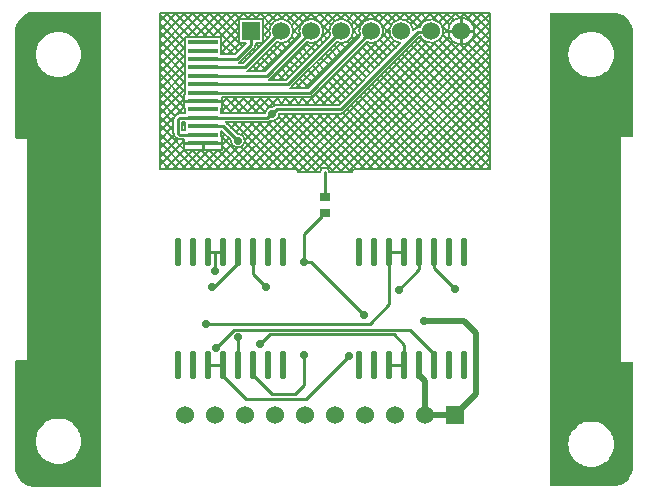
<source format=gtl>
G04*
G04 #@! TF.GenerationSoftware,Altium Limited,Altium Designer,20.2.6 (244)*
G04*
G04 Layer_Physical_Order=1*
G04 Layer_Color=255*
%FSLAX25Y25*%
%MOIN*%
G70*
G04*
G04 #@! TF.SameCoordinates,AC53DD8C-A68E-409E-BB1C-E70DDFC25F91*
G04*
G04*
G04 #@! TF.FilePolarity,Positive*
G04*
G01*
G75*
%ADD10C,0.01000*%
%ADD13R,0.10000X0.01600*%
%ADD14O,0.02260X0.09451*%
%ADD15R,0.03543X0.03150*%
%ADD21C,0.00800*%
%ADD22C,0.02000*%
%ADD23C,0.06000*%
%ADD24R,0.06000X0.06000*%
%ADD25C,0.02800*%
G36*
X358284Y392425D02*
X358425Y392284D01*
X358502Y392100D01*
Y392000D01*
Y234500D01*
Y234400D01*
X358425Y234216D01*
X358284Y234075D01*
X358100Y233998D01*
X335760D01*
X334504Y234248D01*
X333320Y234738D01*
X332256Y235450D01*
X331350Y236355D01*
X330638Y237420D01*
X330148Y238604D01*
X329899Y239860D01*
Y240500D01*
Y275800D01*
Y275900D01*
X329975Y276084D01*
X330116Y276225D01*
X330300Y276302D01*
X333898D01*
Y350199D01*
X330300D01*
X330116Y350275D01*
X329975Y350416D01*
X329899Y350600D01*
Y350700D01*
Y386000D01*
Y386640D01*
X330148Y387896D01*
X330638Y389080D01*
X331350Y390144D01*
X332256Y391050D01*
X333320Y391761D01*
X334504Y392252D01*
X335760Y392501D01*
X358100D01*
X358284Y392425D01*
D02*
G37*
G36*
X531350Y391769D02*
X532442Y391317D01*
X533425Y390661D01*
X534261Y389825D01*
X534917Y388842D01*
X535369Y387750D01*
X535600Y386591D01*
Y386000D01*
Y350700D01*
X531600D01*
Y275800D01*
X535600D01*
Y240500D01*
Y239909D01*
X535369Y238750D01*
X534917Y237658D01*
X534261Y236675D01*
X533425Y235840D01*
X532442Y235183D01*
X531350Y234731D01*
X530191Y234500D01*
X508000D01*
X508000Y392000D01*
X530191D01*
X531350Y391769D01*
D02*
G37*
%LPC*%
G36*
X344880Y385749D02*
X343520D01*
X343459Y385724D01*
X343394Y385737D01*
X342061Y385472D01*
X342005Y385435D01*
X341939D01*
X340683Y384915D01*
X340636Y384868D01*
X340571Y384855D01*
X339441Y384100D01*
X339404Y384044D01*
X339342Y384019D01*
X338381Y383058D01*
X338356Y382996D01*
X338300Y382959D01*
X337545Y381829D01*
X337532Y381764D01*
X337485Y381717D01*
X336965Y380461D01*
Y380395D01*
X336928Y380339D01*
X336663Y379006D01*
X336676Y378941D01*
X336651Y378880D01*
Y378200D01*
Y377520D01*
X336676Y377459D01*
X336663Y377394D01*
X336928Y376061D01*
X336965Y376005D01*
Y375939D01*
X337485Y374683D01*
X337532Y374636D01*
X337545Y374571D01*
X338300Y373441D01*
X338356Y373404D01*
X338381Y373342D01*
X339342Y372381D01*
X339404Y372356D01*
X339441Y372300D01*
X340571Y371545D01*
X340636Y371532D01*
X340683Y371485D01*
X341939Y370965D01*
X342005D01*
X342061Y370928D01*
X343394Y370663D01*
X343459Y370676D01*
X343520Y370651D01*
X344880D01*
X344941Y370676D01*
X345006Y370663D01*
X346339Y370928D01*
X346395Y370965D01*
X346461D01*
X347717Y371485D01*
X347764Y371532D01*
X347829Y371545D01*
X348959Y372300D01*
X348996Y372356D01*
X349058Y372381D01*
X350019Y373342D01*
X350044Y373404D01*
X350100Y373441D01*
X350855Y374571D01*
X350868Y374636D01*
X350915Y374683D01*
X351435Y375939D01*
Y376005D01*
X351472Y376061D01*
X351737Y377394D01*
X351724Y377459D01*
X351749Y377520D01*
Y378200D01*
Y378880D01*
X351724Y378941D01*
X351737Y379006D01*
X351472Y380339D01*
X351435Y380395D01*
Y380461D01*
X350915Y381717D01*
X350868Y381764D01*
X350855Y381829D01*
X350100Y382959D01*
X350044Y382996D01*
X350019Y383058D01*
X349058Y384019D01*
X348996Y384044D01*
X348959Y384100D01*
X347829Y384855D01*
X347764Y384868D01*
X347717Y384915D01*
X346461Y385435D01*
X346395D01*
X346339Y385472D01*
X345006Y385737D01*
X344941Y385724D01*
X344880Y385749D01*
D02*
G37*
G36*
Y256849D02*
X343520D01*
X343459Y256824D01*
X343394Y256837D01*
X342061Y256572D01*
X342005Y256535D01*
X341939D01*
X340683Y256015D01*
X340636Y255968D01*
X340571Y255955D01*
X339441Y255200D01*
X339404Y255144D01*
X339342Y255119D01*
X338381Y254158D01*
X338356Y254096D01*
X338300Y254059D01*
X337545Y252929D01*
X337532Y252864D01*
X337485Y252817D01*
X336965Y251561D01*
Y251495D01*
X336928Y251439D01*
X336663Y250106D01*
X336676Y250041D01*
X336651Y249980D01*
Y249300D01*
Y248620D01*
X336676Y248559D01*
X336663Y248494D01*
X336928Y247161D01*
X336965Y247105D01*
Y247039D01*
X337485Y245783D01*
X337532Y245736D01*
X337545Y245671D01*
X338300Y244541D01*
X338356Y244504D01*
X338381Y244442D01*
X339342Y243481D01*
X339404Y243456D01*
X339441Y243400D01*
X340571Y242645D01*
X340636Y242632D01*
X340683Y242585D01*
X341939Y242065D01*
X342005D01*
X342061Y242028D01*
X343394Y241763D01*
X343459Y241776D01*
X343520Y241751D01*
X344880D01*
X344941Y241776D01*
X345006Y241763D01*
X346339Y242028D01*
X346395Y242065D01*
X346461D01*
X347717Y242585D01*
X347764Y242632D01*
X347829Y242645D01*
X348959Y243400D01*
X348996Y243456D01*
X349058Y243481D01*
X350019Y244442D01*
X350044Y244504D01*
X350100Y244541D01*
X350855Y245671D01*
X350868Y245736D01*
X350915Y245783D01*
X351435Y247039D01*
Y247105D01*
X351472Y247161D01*
X351737Y248494D01*
X351724Y248559D01*
X351749Y248620D01*
Y249300D01*
Y249980D01*
X351724Y250041D01*
X351737Y250106D01*
X351472Y251439D01*
X351435Y251495D01*
Y251561D01*
X350915Y252817D01*
X350868Y252864D01*
X350855Y252929D01*
X350100Y254059D01*
X350044Y254096D01*
X350019Y254158D01*
X349058Y255119D01*
X348996Y255144D01*
X348959Y255200D01*
X347829Y255955D01*
X347764Y255968D01*
X347717Y256015D01*
X346461Y256535D01*
X346395D01*
X346339Y256572D01*
X345006Y256837D01*
X344941Y256824D01*
X344880Y256849D01*
D02*
G37*
G36*
X522480Y385749D02*
X521120D01*
X521059Y385724D01*
X520994Y385737D01*
X519661Y385472D01*
X519605Y385435D01*
X519539D01*
X518283Y384915D01*
X518236Y384868D01*
X518171Y384855D01*
X517041Y384100D01*
X517004Y384044D01*
X516942Y384019D01*
X515981Y383058D01*
X515956Y382996D01*
X515900Y382959D01*
X515145Y381829D01*
X515132Y381764D01*
X515085Y381717D01*
X514565Y380461D01*
Y380395D01*
X514528Y380339D01*
X514263Y379006D01*
X514276Y378941D01*
X514251Y378880D01*
Y378200D01*
Y377520D01*
X514276Y377459D01*
X514263Y377394D01*
X514528Y376061D01*
X514565Y376005D01*
Y375939D01*
X515085Y374683D01*
X515132Y374636D01*
X515145Y374571D01*
X515900Y373441D01*
X515956Y373404D01*
X515981Y373342D01*
X516942Y372381D01*
X517004Y372356D01*
X517041Y372300D01*
X518171Y371545D01*
X518236Y371532D01*
X518283Y371485D01*
X519539Y370965D01*
X519605D01*
X519661Y370928D01*
X520994Y370663D01*
X521059Y370676D01*
X521120Y370651D01*
X522480D01*
X522541Y370676D01*
X522606Y370663D01*
X523939Y370928D01*
X523995Y370965D01*
X524061D01*
X525317Y371485D01*
X525364Y371532D01*
X525429Y371545D01*
X526559Y372300D01*
X526596Y372356D01*
X526658Y372381D01*
X527619Y373342D01*
X527644Y373404D01*
X527700Y373441D01*
X528455Y374571D01*
X528468Y374636D01*
X528515Y374683D01*
X529035Y375939D01*
Y376005D01*
X529072Y376061D01*
X529337Y377394D01*
X529324Y377459D01*
X529349Y377520D01*
Y378200D01*
Y378880D01*
X529324Y378941D01*
X529337Y379006D01*
X529072Y380339D01*
X529035Y380395D01*
Y380461D01*
X528515Y381717D01*
X528468Y381764D01*
X528455Y381829D01*
X527700Y382959D01*
X527644Y382996D01*
X527619Y383058D01*
X526658Y384019D01*
X526596Y384044D01*
X526559Y384100D01*
X525429Y384855D01*
X525364Y384868D01*
X525317Y384915D01*
X524061Y385435D01*
X523995D01*
X523939Y385472D01*
X522606Y385737D01*
X522541Y385724D01*
X522480Y385749D01*
D02*
G37*
G36*
Y255849D02*
X521120D01*
X521059Y255824D01*
X520994Y255837D01*
X519661Y255572D01*
X519605Y255535D01*
X519539D01*
X518283Y255015D01*
X518236Y254968D01*
X518171Y254955D01*
X517041Y254200D01*
X517004Y254144D01*
X516942Y254119D01*
X515981Y253158D01*
X515956Y253096D01*
X515900Y253059D01*
X515145Y251929D01*
X515132Y251864D01*
X515085Y251817D01*
X514565Y250561D01*
Y250495D01*
X514528Y250439D01*
X514263Y249106D01*
X514276Y249041D01*
X514251Y248980D01*
Y248300D01*
Y247620D01*
X514276Y247559D01*
X514263Y247494D01*
X514528Y246161D01*
X514565Y246105D01*
Y246039D01*
X515085Y244783D01*
X515132Y244736D01*
X515145Y244671D01*
X515900Y243541D01*
X515956Y243504D01*
X515981Y243442D01*
X516942Y242481D01*
X517004Y242456D01*
X517041Y242400D01*
X518171Y241645D01*
X518236Y241632D01*
X518283Y241585D01*
X519539Y241065D01*
X519605D01*
X519661Y241028D01*
X520994Y240763D01*
X521059Y240776D01*
X521120Y240751D01*
X522480D01*
X522541Y240776D01*
X522606Y240763D01*
X523939Y241028D01*
X523995Y241065D01*
X524061D01*
X525317Y241585D01*
X525364Y241632D01*
X525429Y241645D01*
X526559Y242400D01*
X526596Y242456D01*
X526658Y242481D01*
X527619Y243442D01*
X527644Y243504D01*
X527700Y243541D01*
X528455Y244671D01*
X528468Y244736D01*
X528515Y244783D01*
X529035Y246039D01*
Y246105D01*
X529072Y246161D01*
X529337Y247494D01*
X529324Y247559D01*
X529349Y247620D01*
Y248300D01*
Y248980D01*
X529324Y249041D01*
X529337Y249106D01*
X529072Y250439D01*
X529035Y250495D01*
Y250561D01*
X528515Y251817D01*
X528468Y251864D01*
X528455Y251929D01*
X527700Y253059D01*
X527644Y253096D01*
X527619Y253158D01*
X526658Y254119D01*
X526596Y254144D01*
X526559Y254200D01*
X525429Y254955D01*
X525364Y254968D01*
X525317Y255015D01*
X524061Y255535D01*
X523995D01*
X523939Y255572D01*
X522606Y255837D01*
X522541Y255824D01*
X522480Y255849D01*
D02*
G37*
%LPD*%
D10*
X478500Y386000D02*
Y390000D01*
Y386000D02*
X482500D01*
X474500D02*
X478500D01*
Y382000D02*
Y386000D01*
X392500Y362700D02*
X398500D01*
X386500D02*
X392500D01*
Y348700D02*
X398500D01*
X386500D02*
X392500D01*
Y346900D02*
Y348700D01*
X432803Y325244D02*
X433000D01*
X431728Y324170D02*
X432803Y325244D01*
X431728Y323973D02*
Y324170D01*
X426000Y318245D02*
X431728Y323973D01*
X426000Y309000D02*
Y318245D01*
Y309000D02*
X428500D01*
X446000Y291500D01*
X396500Y312202D02*
X399000D01*
X394000D02*
X396500D01*
Y306000D02*
Y312202D01*
X433000Y330755D02*
Y339000D01*
X404000Y274798D02*
Y283996D01*
X393500Y288500D02*
X448064D01*
X454532Y294968D01*
X402683Y286500D02*
X461426D01*
X469532Y278394D01*
X456100Y284900D02*
X459532Y281468D01*
X396701Y280517D02*
X402683Y286500D01*
X414665Y284900D02*
X456100D01*
X411299Y281535D02*
X414665Y284900D01*
X454532Y294968D02*
Y312202D01*
X406600Y263400D02*
X426865D01*
X399000Y271000D02*
Y274798D01*
Y271000D02*
X406600Y263400D01*
X395255Y300756D02*
X395600Y301100D01*
X396494D01*
X404000Y308606D01*
X454532Y274798D02*
X459532D01*
X426000Y268000D02*
Y278000D01*
X423000Y265000D02*
X426000Y268000D01*
X415500Y265000D02*
X423000D01*
X409000Y271500D02*
X415500Y265000D01*
X409000Y271500D02*
Y274798D01*
X426865Y263400D02*
X441000Y277535D01*
X459532Y274798D02*
Y281468D01*
X394000Y274798D02*
X399000D01*
X469532D02*
Y278394D01*
X454532Y312202D02*
X459532D01*
X469532D02*
X469572Y312161D01*
Y306928D02*
Y312161D01*
Y306928D02*
X476489Y300011D01*
X464532Y306543D02*
Y312202D01*
X457745Y299756D02*
X464532Y306543D01*
X409000Y305011D02*
Y312202D01*
Y305011D02*
X413256Y300756D01*
X404000Y308606D02*
Y312202D01*
X384000Y352086D02*
Y356514D01*
X384586Y357100D02*
X392500D01*
X384000Y356514D02*
X384586Y357100D01*
Y351500D02*
X392500D01*
X384000Y352086D02*
X384586Y351500D01*
X399200Y354300D02*
X404000Y349500D01*
X392500Y354300D02*
X399200D01*
X392500Y357100D02*
X413613D01*
X415013Y358500D01*
X415500D01*
X417000Y360000D01*
X438298D01*
X468202Y385702D02*
X468500Y386000D01*
X464000Y385702D02*
X468202D01*
X438298Y360000D02*
X464000Y385702D01*
X428000Y365500D02*
X448500Y386000D01*
X392500Y365500D02*
X428000D01*
X420800Y368300D02*
X438500Y386000D01*
X392500Y368300D02*
X420800D01*
X413600Y371100D02*
X428500Y386000D01*
X392500Y371100D02*
X413600D01*
X392500Y373900D02*
X406400D01*
X418500Y386000D01*
X392500Y376700D02*
X403700D01*
X408500Y381500D01*
Y386000D01*
D13*
X392500Y382300D02*
D03*
Y379500D02*
D03*
Y376700D02*
D03*
Y373900D02*
D03*
Y371100D02*
D03*
Y368300D02*
D03*
Y365500D02*
D03*
Y362700D02*
D03*
Y359900D02*
D03*
Y357100D02*
D03*
Y348700D02*
D03*
Y354300D02*
D03*
Y351500D02*
D03*
D14*
X419000Y312202D02*
D03*
X414000D02*
D03*
X409000D02*
D03*
X404000D02*
D03*
X399000D02*
D03*
X394000D02*
D03*
X389000D02*
D03*
X384000D02*
D03*
X419000Y274798D02*
D03*
X414000D02*
D03*
X409000D02*
D03*
X404000D02*
D03*
X399000D02*
D03*
X394000D02*
D03*
X389000D02*
D03*
X384000D02*
D03*
X479532Y312202D02*
D03*
X474532D02*
D03*
X469532D02*
D03*
X464532D02*
D03*
X459532D02*
D03*
X454532D02*
D03*
X449532D02*
D03*
X444532D02*
D03*
X479532Y274798D02*
D03*
X474532D02*
D03*
X469532D02*
D03*
X464532D02*
D03*
X459532D02*
D03*
X454532D02*
D03*
X449532D02*
D03*
X444532D02*
D03*
D15*
X433000Y325244D02*
D03*
Y330755D02*
D03*
D21*
X472500Y386000D02*
G03*
X464685Y387202I-4000J0D01*
G01*
X482900Y386000D02*
G03*
X482900Y386000I-4400J0D01*
G01*
X464927Y384202D02*
G03*
X472500Y386000I3573J1798D01*
G01*
X464000Y387202D02*
G03*
X462939Y386762I0J-1500D01*
G01*
X462488Y386311D02*
G03*
X458189Y382012I-3988J-311D01*
G01*
X464000Y387202D02*
G03*
X462940Y386763I0J-1500D01*
G01*
X452500Y386000D02*
G03*
X444817Y384439I-4000J0D01*
G01*
X446939Y382317D02*
G03*
X452500Y386000I1561J3683D01*
G01*
X442500D02*
G03*
X434817Y384439I-4000J0D01*
G01*
X436939Y382317D02*
G03*
X442500Y386000I1561J3683D01*
G01*
D02*
G03*
X434817Y384439I-4000J0D01*
G01*
X436939Y382317D02*
G03*
X442500Y386000I1561J3683D01*
G01*
X432500D02*
G03*
X424817Y384439I-4000J0D01*
G01*
X426939Y382317D02*
G03*
X432500Y386000I1561J3683D01*
G01*
X416939Y382317D02*
G03*
X422500Y386000I1561J3683D01*
G01*
X428000Y364000D02*
G03*
X429061Y364439I0J1500D01*
G01*
X428000Y364000D02*
G03*
X429060Y364439I0J1500D01*
G01*
X421548Y367000D02*
G03*
X421860Y367239I-748J1300D01*
G01*
X421548Y367000D02*
G03*
X421861Y367239I-748J1300D01*
G01*
X438298Y358500D02*
G03*
X439359Y358939I0J1500D01*
G01*
X438298Y358500D02*
G03*
X439358Y358939I0J1500D01*
G01*
X434500Y339000D02*
G03*
X431500Y339000I-1500J0D01*
G01*
X417000Y361500D02*
G03*
X415940Y361061I0J-1500D01*
G01*
X417000Y361500D02*
G03*
X415939Y361061I0J-1500D01*
G01*
X414830Y356195D02*
G03*
X417900Y358500I670J2304D01*
G01*
X422500Y386000D02*
G03*
X414817Y384439I-4000J0D01*
G01*
X409561Y380440D02*
G03*
X410000Y381500I-1061J1060D01*
G01*
X409561Y380439D02*
G03*
X410000Y381500I-1061J1061D01*
G01*
X414348Y369800D02*
G03*
X414661Y370039I-748J1300D01*
G01*
X414348Y369800D02*
G03*
X414660Y370039I-748J1300D01*
G01*
X404448Y375400D02*
G03*
X404760Y375639I-748J1300D01*
G01*
X407148Y372600D02*
G03*
X407461Y372839I-748J1300D01*
G01*
X404448Y375400D02*
G03*
X404761Y375639I-748J1300D01*
G01*
X407148Y372600D02*
G03*
X407460Y372839I-748J1300D01*
G01*
X413613Y355600D02*
G03*
X414673Y356039I0J1500D01*
G01*
X415764Y360885D02*
G03*
X413110Y358718I-264J-2385D01*
G01*
X413613Y355600D02*
G03*
X414674Y356039I0J1500D01*
G01*
X400261Y355361D02*
G03*
X399948Y355600I-1061J-1061D01*
G01*
X400260Y355361D02*
G03*
X399948Y355600I-1060J-1061D01*
G01*
X406400Y349500D02*
G03*
X403736Y351885I-2400J0D01*
G01*
X401615Y349764D02*
G03*
X406400Y349500I2385J-264D01*
G01*
X384586Y358600D02*
G03*
X383526Y358161I0J-1500D01*
G01*
X384586Y358600D02*
G03*
X383525Y358161I0J-1500D01*
G01*
X382939Y357574D02*
G03*
X382500Y356514I1061J-1060D01*
G01*
X382939Y357575D02*
G03*
X382500Y356514I1061J-1061D01*
G01*
X383526Y350439D02*
G03*
X384586Y350000I1060J1061D01*
G01*
X383525Y350439D02*
G03*
X384586Y350000I1061J1061D01*
G01*
X382500Y352086D02*
G03*
X382939Y351026I1500J0D01*
G01*
X382500Y352086D02*
G03*
X382939Y351025I1500J0D01*
G01*
X478059Y390378D02*
X479681Y392000D01*
X476327D02*
X477960Y390367D01*
X487641Y392000D02*
X488000Y391641D01*
X480453Y389943D02*
X482510Y392000D01*
X469144Y389948D02*
X471196Y392000D01*
X467842D02*
X470240Y389602D01*
X473499Y392000D02*
X475928Y389570D01*
X471081Y389056D02*
X474024Y392000D01*
X481984D02*
X488000Y385984D01*
X479156Y392000D02*
X488000Y383156D01*
X484812Y392000D02*
X488000Y388812D01*
X482847Y386681D02*
X488000Y391833D01*
X472249Y387396D02*
X476853Y392000D01*
X470670D02*
X474611Y388059D01*
X482002Y388664D02*
X485338Y392000D01*
X457825Y389943D02*
X459882Y392000D01*
X456528D02*
X458528Y390000D01*
X465014Y392000D02*
X467223Y389791D01*
X460289Y389578D02*
X462711Y392000D01*
X449313Y389916D02*
X451397Y392000D01*
X448043D02*
X450706Y389336D01*
X453700Y392000D02*
X456336Y389364D01*
X451188Y388962D02*
X454225Y392000D01*
X462185D02*
X465519Y388667D01*
X459357Y392000D02*
X464155Y387202D01*
X463474Y387106D02*
X468368Y392000D01*
X461800Y388261D02*
X465539Y392000D01*
X450871D02*
X454977Y387894D01*
X442499Y385931D02*
X448569Y392000D01*
X452301Y387247D02*
X457054Y392000D01*
X472226Y384544D02*
X474122Y386441D01*
X472102Y387740D02*
X474108Y385734D01*
X464621Y384202D02*
X464927D01*
X464000Y387202D02*
X464685D01*
X482867Y385460D02*
X488000Y380327D01*
X482070Y383428D02*
X488000Y377499D01*
X480559Y382111D02*
X488000Y374670D01*
X478234Y381608D02*
X488000Y371842D01*
X462488Y386311D02*
X462939Y386762D01*
X451836Y388207D02*
X454530Y385513D01*
X452062Y384179D02*
X454557Y386675D01*
X452339Y384876D02*
X456696Y380519D01*
X451271Y383115D02*
X455281Y379104D01*
X449444Y382113D02*
X453867Y377690D01*
X446675Y382054D02*
X452453Y376276D01*
X445261Y380640D02*
X451039Y374862D01*
X443847Y379226D02*
X449625Y373448D01*
X442433Y377811D02*
X448210Y372034D01*
X442386Y392000D02*
X445615Y388771D01*
X440420Y389509D02*
X442912Y392000D01*
X445215D02*
X447376Y389839D01*
X441880Y388140D02*
X445740Y392000D01*
X433901D02*
X436460Y389441D01*
X432348Y387093D02*
X437255Y392000D01*
X438059Y389976D02*
X440083Y392000D01*
X436729D02*
X438736Y389993D01*
X439558Y392000D02*
X444613Y386945D01*
X442493Y386236D02*
X444554Y384175D01*
X431746Y383663D02*
X434524Y386441D01*
X429477Y389879D02*
X431598Y392000D01*
X425416D02*
X427534Y389882D01*
X431291Y388865D02*
X434426Y392000D01*
X429477Y389879D02*
X431598Y392000D01*
X418278Y389994D02*
X420284Y392000D01*
X416930D02*
X418956Y389974D01*
X422587Y392000D02*
X425715Y388872D01*
X420548Y389436D02*
X423113Y392000D01*
X431072D02*
X435049Y388023D01*
X428244Y392000D02*
X434509Y385735D01*
X422490Y385721D02*
X428769Y392000D01*
X421956Y388015D02*
X425941Y392000D01*
X419759D02*
X424655Y387104D01*
X422474Y386456D02*
X424654Y384276D01*
X441941Y383960D02*
X443140Y382761D01*
X440523Y382549D02*
X441726Y381347D01*
X438235Y382009D02*
X440311Y379933D01*
X436018Y381397D02*
X438897Y378518D01*
X432382Y385034D02*
X433897Y383518D01*
X431372Y383215D02*
X432483Y382104D01*
X429603Y382155D02*
X431069Y380690D01*
X434604Y379983D02*
X437483Y377104D01*
X433190Y378569D02*
X436069Y375690D01*
X441018Y376397D02*
X446796Y370619D01*
X431776Y377154D02*
X434655Y374276D01*
X430362Y375740D02*
X433240Y372862D01*
X428947Y374326D02*
X431826Y371447D01*
X427533Y372912D02*
X430412Y370033D01*
X422014Y384088D02*
X423240Y382862D01*
X426776Y382154D02*
X429655Y379276D01*
X425362Y380740D02*
X428240Y377862D01*
X420648Y382626D02*
X421826Y381447D01*
X418445Y382000D02*
X420412Y380033D01*
X416119Y381498D02*
X418998Y378619D01*
X423947Y379326D02*
X426826Y376447D01*
X414661Y370040D02*
X426939Y382317D01*
X422533Y377912D02*
X425412Y375033D01*
X421119Y376498D02*
X423998Y373619D01*
X419705Y375083D02*
X422583Y372205D01*
X414705Y380083D02*
X417583Y377205D01*
X418291Y373669D02*
X421169Y370791D01*
X463060Y382640D02*
X488000Y357700D01*
X461645Y381226D02*
X488000Y354871D01*
X460231Y379812D02*
X488000Y352043D01*
X458817Y378397D02*
X488000Y349214D01*
X472291Y384723D02*
X488000Y369014D01*
X464474Y384054D02*
X488000Y360528D01*
X471167Y383018D02*
X488000Y366185D01*
X469280Y382077D02*
X488000Y363357D01*
Y340020D02*
Y392000D01*
X447500Y340020D02*
X488000Y380520D01*
X453157Y340020D02*
X488000Y374863D01*
X450328Y340020D02*
X488000Y377691D01*
X457403Y376983D02*
X488000Y346386D01*
X444671Y340020D02*
X488000Y383348D01*
X455989Y375569D02*
X488000Y343558D01*
X439360Y358940D02*
X464621Y384202D01*
X435039Y361500D02*
X456239Y382700D01*
X437677Y361500D02*
X458189Y382012D01*
X433677Y340339D02*
X475836Y382498D01*
X432211Y361500D02*
X454922Y384211D01*
X429382Y361500D02*
X450321Y382438D01*
X429061Y364440D02*
X446939Y382317D01*
X426554Y361500D02*
X447253Y382199D01*
X440823Y339000D02*
X488000Y386177D01*
X437995Y339000D02*
X488000Y389005D01*
X435167Y339000D02*
X477819Y381653D01*
X429510Y339000D02*
X474557Y384047D01*
X426681Y339000D02*
X469955Y382274D01*
X422044Y340020D02*
X465444Y383419D01*
X423992Y339139D02*
X467104Y382251D01*
X481441Y340020D02*
X488000Y346579D01*
X478613Y340020D02*
X488000Y349407D01*
X487098Y340020D02*
X488000Y340922D01*
X484270Y340020D02*
X488000Y343750D01*
X470127Y340020D02*
X488000Y357892D01*
X454574Y374155D02*
X488000Y340729D01*
X475784Y340020D02*
X488000Y352235D01*
X472956Y340020D02*
X488000Y355064D01*
X458814Y340020D02*
X488000Y369206D01*
X455985Y340020D02*
X488000Y372034D01*
X467299Y340020D02*
X488000Y360721D01*
X461642Y340020D02*
X488000Y366378D01*
X453160Y372741D02*
X485881Y340020D01*
X451746Y371326D02*
X483053Y340020D01*
X464470D02*
X488000Y363549D01*
X441847Y361427D02*
X463254Y340020D01*
X440432Y360013D02*
X460425Y340020D01*
X438962Y358655D02*
X457597Y340020D01*
X436288Y358500D02*
X454769Y340020D01*
X430631Y358500D02*
X449112Y340020D01*
X427803Y358500D02*
X446283Y340020D01*
X433460Y358500D02*
X451940Y340020D01*
X450332Y369912D02*
X480224Y340020D01*
X448918Y368498D02*
X477396Y340020D01*
X447503Y367084D02*
X474568Y340020D01*
X443000D02*
X488000D01*
X446089Y365669D02*
X471739Y340020D01*
X444675Y364255D02*
X468911Y340020D01*
X443261Y362841D02*
X466082Y340020D01*
X427379Y367000D02*
X444817Y384439D01*
X426397Y367000D02*
X444584Y385187D01*
X439604Y374983D02*
X445382Y369205D01*
X438190Y373569D02*
X443968Y367791D01*
X436776Y372154D02*
X442554Y366377D01*
X423569Y367000D02*
X438569Y382001D01*
X426119Y371498D02*
X428998Y368619D01*
X424705Y370083D02*
X427583Y367205D01*
X435362Y370740D02*
X441139Y364962D01*
X433947Y369326D02*
X439725Y363548D01*
X432533Y367912D02*
X438311Y362134D01*
X431119Y366498D02*
X436117Y361500D01*
X429705Y365083D02*
X433288Y361500D01*
X420179Y369800D02*
X434817Y384439D01*
X417883Y369800D02*
X430837Y382754D01*
X421861Y367240D02*
X436939Y382317D01*
X415055Y369800D02*
X427407Y382152D01*
X416876Y372255D02*
X419331Y369800D01*
X415462Y370841D02*
X416503Y369800D01*
X423290Y368669D02*
X424960Y367000D01*
X421548D02*
X427379D01*
X422303Y364000D02*
X424803Y361500D01*
X420897D02*
X423397Y364000D01*
X421876Y367255D02*
X422131Y367000D01*
X419474Y364000D02*
X421974Y361500D01*
X416646Y364000D02*
X419146Y361500D01*
X424974Y358500D02*
X443455Y340020D01*
X442610Y339942D02*
X443000Y340020D01*
X442279Y339721D02*
X442610Y339942D01*
X425131Y364000D02*
X427631Y361500D01*
X423725D02*
X426225Y364000D01*
X427960D02*
X430460Y361500D01*
X442058Y339390D02*
X442279Y339721D01*
X441980Y339000D02*
X442058Y339390D01*
X434500Y339000D02*
X441980D01*
X423942Y339390D02*
X424020Y339000D01*
X423721Y339721D02*
X423942Y339390D01*
X424020Y339000D02*
X431500D01*
X418069Y361500D02*
X420569Y364000D01*
X417000Y361500D02*
X437677D01*
X417900Y358500D02*
X438298D01*
X416007Y356154D02*
X432023Y340138D01*
X422146Y358500D02*
X441646Y339000D01*
X419317Y358500D02*
X438818Y339000D01*
X419216Y340020D02*
X437696Y358500D01*
X417618Y357371D02*
X435989Y339000D01*
X423000Y340020D02*
X423390Y339942D01*
X416387Y340020D02*
X434868Y358500D01*
X423390Y339942D02*
X423721Y339721D01*
X414102Y392000D02*
X416588Y389514D01*
X411273Y392000D02*
X415126Y388148D01*
X412500Y387044D02*
X417456Y392000D01*
X412500Y389873D02*
X414627Y392000D01*
X409799Y390000D02*
X411799Y392000D01*
X412500Y384216D02*
X414506Y386222D01*
X412500Y387945D02*
X414500Y385945D01*
X412198Y372600D02*
X424621Y385023D01*
X412198Y372600D02*
X424621Y385023D01*
X412979Y372600D02*
X424817Y384439D01*
X409370Y372600D02*
X418779Y382010D01*
X412500Y385117D02*
X413998Y383619D01*
X412500Y382121D02*
Y390000D01*
Y382121D02*
X414817Y384439D01*
X408445Y392000D02*
X410445Y390000D01*
X378000Y392000D02*
X488000D01*
X406971Y390000D02*
X408970Y392000D01*
X404500Y390000D02*
X412500D01*
X399960Y392000D02*
X404500Y387460D01*
X397131Y392000D02*
X404500Y384631D01*
X405617Y392000D02*
X407617Y390000D01*
X402788Y392000D02*
X404788Y390000D01*
X398242Y384100D02*
X406142Y392000D01*
X394303D02*
X405591Y380712D01*
X407461Y372840D02*
X416939Y382317D01*
X405779Y375400D02*
X412379Y382000D01*
X404500D02*
Y390000D01*
X398500Y381529D02*
X404500Y387529D01*
X398500Y378701D02*
X404500Y384701D01*
X410000Y381716D02*
X410284Y382000D01*
X410000D02*
X412379D01*
X413291Y378669D02*
X416169Y375791D01*
X410000Y381960D02*
X411169Y380790D01*
X410000Y381500D02*
Y382000D01*
X409126Y380005D02*
X409755Y379376D01*
X411876Y377255D02*
X414755Y374376D01*
X414348Y369800D02*
X420179D01*
X413818Y364000D02*
X416430Y361387D01*
X410462Y375841D02*
X413341Y372962D01*
X409048Y374427D02*
X410874Y372600D01*
X404761Y375640D02*
X409560Y380439D01*
X404500Y382000D02*
X406879D01*
X407712Y378591D02*
X408341Y377962D01*
X406298Y377176D02*
X406926Y376548D01*
X403079Y378200D02*
X406879Y382000D01*
X400827Y378200D02*
X404627Y382000D01*
X404884Y375762D02*
X405246Y375400D01*
X407634Y373012D02*
X408046Y372600D01*
X407148D02*
X412979D01*
X398900Y364000D02*
X428000D01*
X404448Y375400D02*
X405779D01*
X395414Y384100D02*
X403314Y392000D01*
X392585Y384100D02*
X400485Y392000D01*
X398500Y381300D02*
Y384100D01*
X389757D02*
X397657Y392000D01*
X388646D02*
X396546Y384100D01*
X386928D02*
X394828Y392000D01*
X386500Y383672D02*
X386928Y384100D01*
X386500Y381300D02*
Y384100D01*
X398500Y382146D02*
X402446Y378200D01*
X391474Y392000D02*
X404177Y379298D01*
X398500Y380500D02*
Y381300D01*
Y380500D02*
Y381300D01*
X386500Y380500D02*
Y381300D01*
Y380500D02*
Y381300D01*
Y378500D02*
Y380500D01*
X382989Y392000D02*
X390889Y384100D01*
X380161Y392000D02*
X388061Y384100D01*
X386500D02*
X398500D01*
X385818Y392000D02*
X393718Y384100D01*
X378000Y386485D02*
X383515Y392000D01*
X378000Y389314D02*
X380686Y392000D01*
X378000Y391332D02*
X386500Y382832D01*
X378000Y383657D02*
X386343Y392000D01*
X378000Y378000D02*
X392000Y392000D01*
X378000Y380828D02*
X389172Y392000D01*
X378000Y385675D02*
X386500Y377175D01*
X378000Y388504D02*
X386500Y380004D01*
X378000Y382847D02*
X386500Y374347D01*
X378000Y375172D02*
X386500Y383672D01*
X378000Y372343D02*
X386500Y380843D01*
X398500Y379317D02*
X399618Y378200D01*
X398500Y378500D02*
Y380500D01*
Y378200D02*
X403079D01*
X386500Y377700D02*
Y378500D01*
Y375700D02*
Y377700D01*
Y378500D01*
Y374900D02*
Y375700D01*
Y374900D02*
Y375700D01*
Y367300D02*
Y369300D01*
Y370100D01*
X398900Y362130D02*
X400770Y364000D01*
X386500Y372100D02*
Y372900D01*
Y374900D01*
Y372100D02*
Y372900D01*
X378000Y366686D02*
X386500Y375186D01*
X378000Y377190D02*
X386500Y368690D01*
Y366500D02*
Y367300D01*
Y369300D02*
Y370100D01*
X378000Y369515D02*
X386500Y378015D01*
X378000Y380018D02*
X386500Y371518D01*
Y370100D02*
Y372100D01*
Y366500D02*
Y367300D01*
X378000Y374362D02*
X386500Y365862D01*
Y364900D02*
Y366500D01*
X378000Y371533D02*
X386100Y363433D01*
X378000Y363858D02*
X386500Y372358D01*
X386100Y364900D02*
X386500D01*
X414343Y360602D02*
X417740Y364000D01*
X409512Y358600D02*
X414912Y364000D01*
X410989D02*
X414371Y360618D01*
X408161Y364000D02*
X413154Y359007D01*
X412340Y358600D02*
X413398Y359657D01*
X406683Y358600D02*
X412083Y364000D01*
X413559Y340020D02*
X432039Y358500D01*
X410730Y340020D02*
X429211Y358500D01*
X413728Y355604D02*
X430332Y339000D01*
X410904Y355600D02*
X427504Y339000D01*
X407902Y340020D02*
X426382Y358500D01*
X406380Y349811D02*
X412169Y355600D01*
X401026Y358600D02*
X406426Y364000D01*
X399675D02*
X405075Y358600D01*
X403855D02*
X409255Y364000D01*
X402504D02*
X407904Y358600D01*
X398500Y358902D02*
X403598Y364000D01*
X398500Y358902D02*
X403598Y364000D01*
X398900Y360500D02*
Y364000D01*
X398500Y360500D02*
X398900D01*
X405073Y340020D02*
X423554Y358500D01*
X398500Y358600D02*
X412992D01*
X402245Y340020D02*
X420725Y358500D01*
X399417Y340020D02*
X415497Y356100D01*
X405332Y364000D02*
X410732Y358600D01*
X398900Y361947D02*
X402247Y358600D01*
X398500Y359519D02*
X399418Y358600D01*
X405274Y351534D02*
X409340Y355600D01*
X399948D02*
X413613D01*
X403266Y352355D02*
X406512Y355600D01*
X400261Y355360D02*
X403736Y351885D01*
X401852Y353769D02*
X403683Y355600D01*
X400438Y355183D02*
X400855Y355600D01*
X408075D02*
X424675Y339000D01*
X405247Y355600D02*
X420827Y340020D01*
X406317Y348873D02*
X415170Y340020D01*
X402419Y355600D02*
X417999Y340020D01*
X405030Y347332D02*
X412342Y340020D01*
X398900Y350817D02*
X399731Y351648D01*
X398579Y352800D02*
X401615Y349764D01*
X398900Y347988D02*
X401145Y350234D01*
X398500Y350900D02*
X398900D01*
Y346500D02*
Y350900D01*
X398633D02*
X398900Y350633D01*
X386100Y346500D02*
X398900D01*
Y347805D02*
X406685Y340020D01*
X398900Y350633D02*
X409514Y340020D01*
X397376Y346500D02*
X403857Y340020D01*
X378000D02*
X423000D01*
X396588D02*
X403689Y347120D01*
X393760Y340020D02*
X401966Y348226D01*
X394548Y346500D02*
X401028Y340020D01*
X386500Y358900D02*
Y360500D01*
X386205D02*
X386500Y360205D01*
X398500Y358900D02*
Y360500D01*
X386100D02*
X386500D01*
X386100D02*
Y364900D01*
X383879Y358423D02*
X386100Y360644D01*
X384586Y358600D02*
X386500D01*
X385500Y355548D02*
X386500Y354548D01*
X385500Y355600D02*
X386500D01*
Y353300D02*
Y355300D01*
X385500Y354387D02*
X386500Y355387D01*
X382940Y357575D02*
X383524Y358160D01*
X385500Y353000D02*
Y355600D01*
X378000Y368705D02*
X386100Y360605D01*
X378000Y361030D02*
X386500Y369530D01*
X378000Y365876D02*
X385276Y358600D01*
X378000Y358201D02*
X386500Y366701D01*
X378000Y360220D02*
X382500Y355719D01*
X378000Y363048D02*
X383206Y357842D01*
X378000Y357391D02*
X382500Y352891D01*
X378000Y355373D02*
X386100Y363473D01*
X378000Y354563D02*
X392543Y340020D01*
X378000Y352544D02*
X382677Y357221D01*
X382500Y352086D02*
Y356514D01*
X378000Y340020D02*
Y392000D01*
Y349716D02*
X382500Y354216D01*
X398500Y350900D02*
Y352500D01*
X385500Y353000D02*
X386500D01*
X385391Y350000D02*
X386100Y349291D01*
X384586Y350000D02*
X386100D01*
X388891Y346500D02*
X395372Y340020D01*
X388103D02*
X394583Y346500D01*
X391720D02*
X398200Y340020D01*
X390931D02*
X397412Y346500D01*
X386100D02*
Y350000D01*
X385274Y340020D02*
X391755Y346500D01*
X382940Y351025D02*
X383524Y350440D01*
X378000Y344059D02*
X384043Y350102D01*
X379618Y340020D02*
X386100Y346502D01*
X378000Y341231D02*
X386100Y349330D01*
X378000Y346887D02*
X382617Y351504D01*
X378000Y348906D02*
X386886Y340020D01*
X378000Y351734D02*
X389715Y340020D01*
X382446D02*
X388926Y346500D01*
X379618Y340020D02*
X386100Y346502D01*
X378000Y343249D02*
X381229Y340020D01*
X378000Y346077D02*
X384058Y340020D01*
X378000Y340421D02*
X378401Y340020D01*
D22*
X466000Y289500D02*
X479500D01*
X483500Y285500D01*
Y265092D02*
Y285500D01*
X476407Y258000D02*
X483500Y265092D01*
X466407Y258000D02*
X476407D01*
X466407D02*
Y269327D01*
X464532Y271203D02*
X466407Y269327D01*
X464532Y271203D02*
Y274798D01*
D23*
X396408Y258000D02*
D03*
X386407D02*
D03*
X466407D02*
D03*
X456407D02*
D03*
X436407D02*
D03*
X426407D02*
D03*
X406407D02*
D03*
X446407D02*
D03*
D03*
X416407D02*
D03*
X468500Y386000D02*
D03*
X438500D02*
D03*
D03*
X478500D02*
D03*
X458500D02*
D03*
X448500D02*
D03*
X428500D02*
D03*
X418500D02*
D03*
D24*
X476407Y258000D02*
D03*
X408500Y386000D02*
D03*
D25*
X426000Y309000D02*
D03*
X396500Y306000D02*
D03*
X466000Y289500D02*
D03*
X404000Y283996D02*
D03*
X393500Y288500D02*
D03*
X446000Y291500D02*
D03*
X395255Y300756D02*
D03*
X411299Y281535D02*
D03*
X426000Y278000D02*
D03*
X441000Y277535D02*
D03*
X396701Y280517D02*
D03*
X476489Y300011D02*
D03*
X457745Y299756D02*
D03*
X413256Y300756D02*
D03*
X404000Y349500D02*
D03*
X415500Y358500D02*
D03*
M02*

</source>
